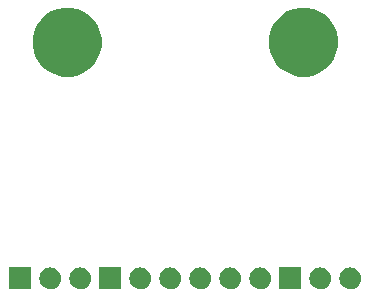
<source format=gbs>
%TF.GenerationSoftware,KiCad,Pcbnew,no-vcs-found-2c23c4c~60~ubuntu17.04.1*%
%TF.CreationDate,2017-09-20T19:40:27+02:00*%
%TF.ProjectId,LEDBoard_4x4_16bit,4C4544426F6172645F3478345F313662,2.0.2*%
%TF.SameCoordinates,Original*%
%TF.FileFunction,Soldermask,Bot*%
%TF.FilePolarity,Negative*%
%FSLAX46Y46*%
G04 Gerber Fmt 4.6, Leading zero omitted, Abs format (unit mm)*
G04 Created by KiCad (PCBNEW no-vcs-found-2c23c4c~60~ubuntu17.04.1) date Wed Sep 20 19:40:27 2017*
%MOMM*%
%LPD*%
G01*
G04 APERTURE LIST*
%ADD10C,0.100000*%
G04 APERTURE END LIST*
D10*
G36*
X61295949Y-87089409D02*
X61295963Y-87089413D01*
X61295997Y-87089417D01*
X61468452Y-87142801D01*
X61627253Y-87228664D01*
X61766353Y-87343737D01*
X61880452Y-87483637D01*
X61965205Y-87643034D01*
X62017384Y-87815857D01*
X62035000Y-87995524D01*
X62035000Y-88004476D01*
X62034910Y-88017391D01*
X62014787Y-88196794D01*
X61960200Y-88368872D01*
X61873230Y-88527070D01*
X61757189Y-88665363D01*
X61616496Y-88778483D01*
X61456511Y-88862121D01*
X61283328Y-88913092D01*
X61283294Y-88913095D01*
X61283281Y-88913099D01*
X61103544Y-88929456D01*
X60924051Y-88910591D01*
X60924037Y-88910587D01*
X60924003Y-88910583D01*
X60751548Y-88857199D01*
X60592747Y-88771336D01*
X60453647Y-88656263D01*
X60339548Y-88516363D01*
X60254795Y-88356966D01*
X60202616Y-88184143D01*
X60185000Y-88004476D01*
X60185000Y-87995524D01*
X60185090Y-87982609D01*
X60205213Y-87803206D01*
X60259800Y-87631128D01*
X60346770Y-87472930D01*
X60462811Y-87334637D01*
X60603504Y-87221517D01*
X60763489Y-87137879D01*
X60936672Y-87086908D01*
X60936706Y-87086905D01*
X60936719Y-87086901D01*
X61116456Y-87070544D01*
X61295949Y-87089409D01*
X61295949Y-87089409D01*
G37*
G36*
X66375949Y-87089409D02*
X66375963Y-87089413D01*
X66375997Y-87089417D01*
X66548452Y-87142801D01*
X66707253Y-87228664D01*
X66846353Y-87343737D01*
X66960452Y-87483637D01*
X67045205Y-87643034D01*
X67097384Y-87815857D01*
X67115000Y-87995524D01*
X67115000Y-88004476D01*
X67114910Y-88017391D01*
X67094787Y-88196794D01*
X67040200Y-88368872D01*
X66953230Y-88527070D01*
X66837189Y-88665363D01*
X66696496Y-88778483D01*
X66536511Y-88862121D01*
X66363328Y-88913092D01*
X66363294Y-88913095D01*
X66363281Y-88913099D01*
X66183544Y-88929456D01*
X66004051Y-88910591D01*
X66004037Y-88910587D01*
X66004003Y-88910583D01*
X65831548Y-88857199D01*
X65672747Y-88771336D01*
X65533647Y-88656263D01*
X65419548Y-88516363D01*
X65334795Y-88356966D01*
X65282616Y-88184143D01*
X65265000Y-88004476D01*
X65265000Y-87995524D01*
X65265090Y-87982609D01*
X65285213Y-87803206D01*
X65339800Y-87631128D01*
X65426770Y-87472930D01*
X65542811Y-87334637D01*
X65683504Y-87221517D01*
X65843489Y-87137879D01*
X66016672Y-87086908D01*
X66016706Y-87086905D01*
X66016719Y-87086901D01*
X66196456Y-87070544D01*
X66375949Y-87089409D01*
X66375949Y-87089409D01*
G37*
G36*
X68915949Y-87089409D02*
X68915963Y-87089413D01*
X68915997Y-87089417D01*
X69088452Y-87142801D01*
X69247253Y-87228664D01*
X69386353Y-87343737D01*
X69500452Y-87483637D01*
X69585205Y-87643034D01*
X69637384Y-87815857D01*
X69655000Y-87995524D01*
X69655000Y-88004476D01*
X69654910Y-88017391D01*
X69634787Y-88196794D01*
X69580200Y-88368872D01*
X69493230Y-88527070D01*
X69377189Y-88665363D01*
X69236496Y-88778483D01*
X69076511Y-88862121D01*
X68903328Y-88913092D01*
X68903294Y-88913095D01*
X68903281Y-88913099D01*
X68723544Y-88929456D01*
X68544051Y-88910591D01*
X68544037Y-88910587D01*
X68544003Y-88910583D01*
X68371548Y-88857199D01*
X68212747Y-88771336D01*
X68073647Y-88656263D01*
X67959548Y-88516363D01*
X67874795Y-88356966D01*
X67822616Y-88184143D01*
X67805000Y-88004476D01*
X67805000Y-87995524D01*
X67805090Y-87982609D01*
X67825213Y-87803206D01*
X67879800Y-87631128D01*
X67966770Y-87472930D01*
X68082811Y-87334637D01*
X68223504Y-87221517D01*
X68383489Y-87137879D01*
X68556672Y-87086908D01*
X68556706Y-87086905D01*
X68556719Y-87086901D01*
X68736456Y-87070544D01*
X68915949Y-87089409D01*
X68915949Y-87089409D01*
G37*
G36*
X71455949Y-87089409D02*
X71455963Y-87089413D01*
X71455997Y-87089417D01*
X71628452Y-87142801D01*
X71787253Y-87228664D01*
X71926353Y-87343737D01*
X72040452Y-87483637D01*
X72125205Y-87643034D01*
X72177384Y-87815857D01*
X72195000Y-87995524D01*
X72195000Y-88004476D01*
X72194910Y-88017391D01*
X72174787Y-88196794D01*
X72120200Y-88368872D01*
X72033230Y-88527070D01*
X71917189Y-88665363D01*
X71776496Y-88778483D01*
X71616511Y-88862121D01*
X71443328Y-88913092D01*
X71443294Y-88913095D01*
X71443281Y-88913099D01*
X71263544Y-88929456D01*
X71084051Y-88910591D01*
X71084037Y-88910587D01*
X71084003Y-88910583D01*
X70911548Y-88857199D01*
X70752747Y-88771336D01*
X70613647Y-88656263D01*
X70499548Y-88516363D01*
X70414795Y-88356966D01*
X70362616Y-88184143D01*
X70345000Y-88004476D01*
X70345000Y-87995524D01*
X70345090Y-87982609D01*
X70365213Y-87803206D01*
X70419800Y-87631128D01*
X70506770Y-87472930D01*
X70622811Y-87334637D01*
X70763504Y-87221517D01*
X70923489Y-87137879D01*
X71096672Y-87086908D01*
X71096706Y-87086905D01*
X71096719Y-87086901D01*
X71276456Y-87070544D01*
X71455949Y-87089409D01*
X71455949Y-87089409D01*
G37*
G36*
X73995949Y-87089409D02*
X73995963Y-87089413D01*
X73995997Y-87089417D01*
X74168452Y-87142801D01*
X74327253Y-87228664D01*
X74466353Y-87343737D01*
X74580452Y-87483637D01*
X74665205Y-87643034D01*
X74717384Y-87815857D01*
X74735000Y-87995524D01*
X74735000Y-88004476D01*
X74734910Y-88017391D01*
X74714787Y-88196794D01*
X74660200Y-88368872D01*
X74573230Y-88527070D01*
X74457189Y-88665363D01*
X74316496Y-88778483D01*
X74156511Y-88862121D01*
X73983328Y-88913092D01*
X73983294Y-88913095D01*
X73983281Y-88913099D01*
X73803544Y-88929456D01*
X73624051Y-88910591D01*
X73624037Y-88910587D01*
X73624003Y-88910583D01*
X73451548Y-88857199D01*
X73292747Y-88771336D01*
X73153647Y-88656263D01*
X73039548Y-88516363D01*
X72954795Y-88356966D01*
X72902616Y-88184143D01*
X72885000Y-88004476D01*
X72885000Y-87995524D01*
X72885090Y-87982609D01*
X72905213Y-87803206D01*
X72959800Y-87631128D01*
X73046770Y-87472930D01*
X73162811Y-87334637D01*
X73303504Y-87221517D01*
X73463489Y-87137879D01*
X73636672Y-87086908D01*
X73636706Y-87086905D01*
X73636719Y-87086901D01*
X73816456Y-87070544D01*
X73995949Y-87089409D01*
X73995949Y-87089409D01*
G37*
G36*
X76535949Y-87089409D02*
X76535963Y-87089413D01*
X76535997Y-87089417D01*
X76708452Y-87142801D01*
X76867253Y-87228664D01*
X77006353Y-87343737D01*
X77120452Y-87483637D01*
X77205205Y-87643034D01*
X77257384Y-87815857D01*
X77275000Y-87995524D01*
X77275000Y-88004476D01*
X77274910Y-88017391D01*
X77254787Y-88196794D01*
X77200200Y-88368872D01*
X77113230Y-88527070D01*
X76997189Y-88665363D01*
X76856496Y-88778483D01*
X76696511Y-88862121D01*
X76523328Y-88913092D01*
X76523294Y-88913095D01*
X76523281Y-88913099D01*
X76343544Y-88929456D01*
X76164051Y-88910591D01*
X76164037Y-88910587D01*
X76164003Y-88910583D01*
X75991548Y-88857199D01*
X75832747Y-88771336D01*
X75693647Y-88656263D01*
X75579548Y-88516363D01*
X75494795Y-88356966D01*
X75442616Y-88184143D01*
X75425000Y-88004476D01*
X75425000Y-87995524D01*
X75425090Y-87982609D01*
X75445213Y-87803206D01*
X75499800Y-87631128D01*
X75586770Y-87472930D01*
X75702811Y-87334637D01*
X75843504Y-87221517D01*
X76003489Y-87137879D01*
X76176672Y-87086908D01*
X76176706Y-87086905D01*
X76176719Y-87086901D01*
X76356456Y-87070544D01*
X76535949Y-87089409D01*
X76535949Y-87089409D01*
G37*
G36*
X81615949Y-87089409D02*
X81615963Y-87089413D01*
X81615997Y-87089417D01*
X81788452Y-87142801D01*
X81947253Y-87228664D01*
X82086353Y-87343737D01*
X82200452Y-87483637D01*
X82285205Y-87643034D01*
X82337384Y-87815857D01*
X82355000Y-87995524D01*
X82355000Y-88004476D01*
X82354910Y-88017391D01*
X82334787Y-88196794D01*
X82280200Y-88368872D01*
X82193230Y-88527070D01*
X82077189Y-88665363D01*
X81936496Y-88778483D01*
X81776511Y-88862121D01*
X81603328Y-88913092D01*
X81603294Y-88913095D01*
X81603281Y-88913099D01*
X81423544Y-88929456D01*
X81244051Y-88910591D01*
X81244037Y-88910587D01*
X81244003Y-88910583D01*
X81071548Y-88857199D01*
X80912747Y-88771336D01*
X80773647Y-88656263D01*
X80659548Y-88516363D01*
X80574795Y-88356966D01*
X80522616Y-88184143D01*
X80505000Y-88004476D01*
X80505000Y-87995524D01*
X80505090Y-87982609D01*
X80525213Y-87803206D01*
X80579800Y-87631128D01*
X80666770Y-87472930D01*
X80782811Y-87334637D01*
X80923504Y-87221517D01*
X81083489Y-87137879D01*
X81256672Y-87086908D01*
X81256706Y-87086905D01*
X81256719Y-87086901D01*
X81436456Y-87070544D01*
X81615949Y-87089409D01*
X81615949Y-87089409D01*
G37*
G36*
X84155949Y-87089409D02*
X84155963Y-87089413D01*
X84155997Y-87089417D01*
X84328452Y-87142801D01*
X84487253Y-87228664D01*
X84626353Y-87343737D01*
X84740452Y-87483637D01*
X84825205Y-87643034D01*
X84877384Y-87815857D01*
X84895000Y-87995524D01*
X84895000Y-88004476D01*
X84894910Y-88017391D01*
X84874787Y-88196794D01*
X84820200Y-88368872D01*
X84733230Y-88527070D01*
X84617189Y-88665363D01*
X84476496Y-88778483D01*
X84316511Y-88862121D01*
X84143328Y-88913092D01*
X84143294Y-88913095D01*
X84143281Y-88913099D01*
X83963544Y-88929456D01*
X83784051Y-88910591D01*
X83784037Y-88910587D01*
X83784003Y-88910583D01*
X83611548Y-88857199D01*
X83452747Y-88771336D01*
X83313647Y-88656263D01*
X83199548Y-88516363D01*
X83114795Y-88356966D01*
X83062616Y-88184143D01*
X83045000Y-88004476D01*
X83045000Y-87995524D01*
X83045090Y-87982609D01*
X83065213Y-87803206D01*
X83119800Y-87631128D01*
X83206770Y-87472930D01*
X83322811Y-87334637D01*
X83463504Y-87221517D01*
X83623489Y-87137879D01*
X83796672Y-87086908D01*
X83796706Y-87086905D01*
X83796719Y-87086901D01*
X83976456Y-87070544D01*
X84155949Y-87089409D01*
X84155949Y-87089409D01*
G37*
G36*
X58755949Y-87089409D02*
X58755963Y-87089413D01*
X58755997Y-87089417D01*
X58928452Y-87142801D01*
X59087253Y-87228664D01*
X59226353Y-87343737D01*
X59340452Y-87483637D01*
X59425205Y-87643034D01*
X59477384Y-87815857D01*
X59495000Y-87995524D01*
X59495000Y-88004476D01*
X59494910Y-88017391D01*
X59474787Y-88196794D01*
X59420200Y-88368872D01*
X59333230Y-88527070D01*
X59217189Y-88665363D01*
X59076496Y-88778483D01*
X58916511Y-88862121D01*
X58743328Y-88913092D01*
X58743294Y-88913095D01*
X58743281Y-88913099D01*
X58563544Y-88929456D01*
X58384051Y-88910591D01*
X58384037Y-88910587D01*
X58384003Y-88910583D01*
X58211548Y-88857199D01*
X58052747Y-88771336D01*
X57913647Y-88656263D01*
X57799548Y-88516363D01*
X57714795Y-88356966D01*
X57662616Y-88184143D01*
X57645000Y-88004476D01*
X57645000Y-87995524D01*
X57645090Y-87982609D01*
X57665213Y-87803206D01*
X57719800Y-87631128D01*
X57806770Y-87472930D01*
X57922811Y-87334637D01*
X58063504Y-87221517D01*
X58223489Y-87137879D01*
X58396672Y-87086908D01*
X58396706Y-87086905D01*
X58396719Y-87086901D01*
X58576456Y-87070544D01*
X58755949Y-87089409D01*
X58755949Y-87089409D01*
G37*
G36*
X56955000Y-88925000D02*
X55105000Y-88925000D01*
X55105000Y-87075000D01*
X56955000Y-87075000D01*
X56955000Y-88925000D01*
X56955000Y-88925000D01*
G37*
G36*
X79815000Y-88925000D02*
X77965000Y-88925000D01*
X77965000Y-87075000D01*
X79815000Y-87075000D01*
X79815000Y-88925000D01*
X79815000Y-88925000D01*
G37*
G36*
X64575000Y-88925000D02*
X62725000Y-88925000D01*
X62725000Y-87075000D01*
X64575000Y-87075000D01*
X64575000Y-88925000D01*
X64575000Y-88925000D01*
G37*
G36*
X80307225Y-65076946D02*
X80869133Y-65192290D01*
X81397932Y-65414576D01*
X81873487Y-65735342D01*
X82277683Y-66142370D01*
X82595121Y-66620151D01*
X82813710Y-67150489D01*
X82925060Y-67712845D01*
X82925060Y-67712855D01*
X82925126Y-67713189D01*
X82915977Y-68368374D01*
X82915901Y-68368708D01*
X82915901Y-68368720D01*
X82788895Y-68927740D01*
X82555581Y-69451771D01*
X82224927Y-69920503D01*
X81809521Y-70316088D01*
X81325200Y-70623448D01*
X80790397Y-70830885D01*
X80225491Y-70930493D01*
X79651995Y-70918480D01*
X79091747Y-70795302D01*
X78566105Y-70565654D01*
X78095076Y-70238280D01*
X77696602Y-69825648D01*
X77385868Y-69343484D01*
X77174703Y-68810143D01*
X77071152Y-68245939D01*
X77079162Y-67672374D01*
X77198424Y-67111290D01*
X77424399Y-66584051D01*
X77748477Y-66110748D01*
X78158316Y-65709403D01*
X78638301Y-65395309D01*
X79170155Y-65180427D01*
X79733613Y-65072941D01*
X80307225Y-65076946D01*
X80307225Y-65076946D01*
G37*
G36*
X60307225Y-65076946D02*
X60869133Y-65192290D01*
X61397932Y-65414576D01*
X61873487Y-65735342D01*
X62277683Y-66142370D01*
X62595121Y-66620151D01*
X62813710Y-67150489D01*
X62925060Y-67712845D01*
X62925060Y-67712855D01*
X62925126Y-67713189D01*
X62915977Y-68368374D01*
X62915901Y-68368708D01*
X62915901Y-68368720D01*
X62788895Y-68927740D01*
X62555581Y-69451771D01*
X62224927Y-69920503D01*
X61809521Y-70316088D01*
X61325200Y-70623448D01*
X60790397Y-70830885D01*
X60225491Y-70930493D01*
X59651995Y-70918480D01*
X59091747Y-70795302D01*
X58566105Y-70565654D01*
X58095076Y-70238280D01*
X57696602Y-69825648D01*
X57385868Y-69343484D01*
X57174703Y-68810143D01*
X57071152Y-68245939D01*
X57079162Y-67672374D01*
X57198424Y-67111290D01*
X57424399Y-66584051D01*
X57748477Y-66110748D01*
X58158316Y-65709403D01*
X58638301Y-65395309D01*
X59170155Y-65180427D01*
X59733613Y-65072941D01*
X60307225Y-65076946D01*
X60307225Y-65076946D01*
G37*
M02*

</source>
